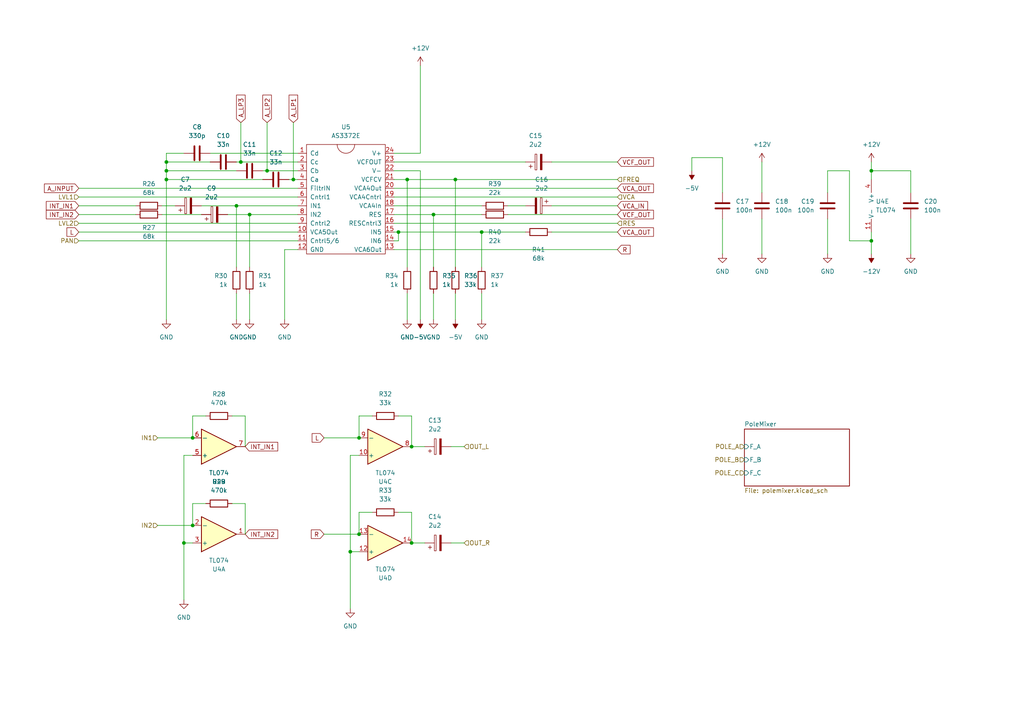
<source format=kicad_sch>
(kicad_sch (version 20211123) (generator eeschema)
  (paper "A4")
  (title_block (title "Polykit-X Voice Card") (date "2023-01-26") (rev "v1.0.0") (company "Jan Knipper") (comment 1 "github.com/polykit"))
  (lib_symbols
    (symbol "Amplifier_Operational:TL074" (pin_names (offset 0.127))
      (property "Reference" "U" (at 0 5.08 0))
      (property "Value" "TL074" (at 0 -5.08 0))
      (symbol "TL074_1_1"
        (polyline (pts (xy -5.08 5.08) (xy 5.08 0) (xy -5.08 -5.08) (xy -5.08 5.08)) (stroke (width 0.254)) (fill (type background)))
        (pin output line (at 7.62 0 180) (length 2.54) (name "~") (number "1"))
        (pin input line (at -7.62 -2.54 0) (length 2.54) (name "-") (number "2"))
        (pin input line (at -7.62 2.54 0) (length 2.54) (name "+") (number "3"))
      )
      (symbol "TL074_2_1"
        (polyline (pts (xy -5.08 5.08) (xy 5.08 0) (xy -5.08 -5.08) (xy -5.08 5.08)) (stroke (width 0.254)) (fill (type background)))
        (pin input line (at -7.62 2.54 0) (length 2.54) (name "+") (number "5"))
        (pin input line (at -7.62 -2.54 0) (length 2.54) (name "-") (number "6"))
        (pin output line (at 7.62 0 180) (length 2.54) (name "~") (number "7"))
      )
      (symbol "TL074_3_1"
        (polyline (pts (xy -5.08 5.08) (xy 5.08 0) (xy -5.08 -5.08) (xy -5.08 5.08)) (stroke (width 0.254)) (fill (type background)))
        (pin input line (at -7.62 2.54 0) (length 2.54) (name "+") (number "10"))
        (pin output line (at 7.62 0 180) (length 2.54) (name "~") (number "8"))
        (pin input line (at -7.62 -2.54 0) (length 2.54) (name "-") (number "9"))
      )
      (symbol "TL074_4_1"
        (polyline (pts (xy -5.08 5.08) (xy 5.08 0) (xy -5.08 -5.08) (xy -5.08 5.08)) (stroke (width 0.254)) (fill (type background)))
        (pin input line (at -7.62 2.54 0) (length 2.54) (name "+") (number "12"))
        (pin input line (at -7.62 -2.54 0) (length 2.54) (name "-") (number "13"))
        (pin output line (at 7.62 0 180) (length 2.54) (name "~") (number "14"))
      )
      (symbol "TL074_5_1"
        (pin power_in line (at -2.54 -7.62 90) (length 3.81) (name "V-") (number "11"))
        (pin power_in line (at -2.54 7.62 270) (length 3.81) (name "V+") (number "4"))
      )
    )
    (symbol "Device:C" (pin_numbers hide) (pin_names (offset 0.254))
      (property "Reference" "C" (at 0.635 2.54 0))
      (property "Value" "C" (at 0.635 -2.54 0))
      (symbol "C_0_1"
        (polyline (pts (xy -2.032 -0.762) (xy 2.032 -0.762)) (stroke (width 0.508)))
        (polyline (pts (xy -2.032 0.762) (xy 2.032 0.762)) (stroke (width 0.508)))
      )
      (symbol "C_1_1"
        (pin passive line (at 0 3.81 270) (length 2.794) (name "~") (number "1"))
        (pin passive line (at 0 -3.81 90) (length 2.794) (name "~") (number "2"))
      )
    )
    (symbol "Device:C_Polarized" (pin_numbers hide) (pin_names (offset 0.254))
      (property "Reference" "C" (at 0.635 2.54 0))
      (property "Value" "C_Polarized" (at 0.635 -2.54 0))
      (symbol "C_Polarized_0_1"
        (rectangle (start -2.286 0.508) (end 2.286 1.016))
        (polyline (pts (xy -1.778 2.286) (xy -0.762 2.286)))
        (polyline (pts (xy -1.27 2.794) (xy -1.27 1.778)))
        (rectangle (start 2.286 -0.508) (end -2.286 -1.016) (fill (type outline)))
      )
      (symbol "C_Polarized_1_1"
        (pin passive line (at 0 3.81 270) (length 2.794) (name "~") (number "1"))
        (pin passive line (at 0 -3.81 90) (length 2.794) (name "~") (number "2"))
      )
    )
    (symbol "Device:R" (pin_numbers hide) (pin_names (offset 0))
      (property "Reference" "R" (at 2.032 0 90))
      (property "Value" "R" (at 0 0 90))
      (symbol "R_0_1"
        (rectangle (start -1.016 -2.54) (end 1.016 2.54) (stroke (width 0.254)))
      )
      (symbol "R_1_1"
        (pin passive line (at 0 3.81 270) (length 1.27) (name "~") (number "1"))
        (pin passive line (at 0 -3.81 90) (length 1.27) (name "~") (number "2"))
      )
    )
    (symbol "Polykit:AS3372E" (pin_names (offset 1.016))
      (property "Reference" "U" (at -5.08 0 0))
      (property "Value" "AS3372E" (at 2.54 0 0))
      (symbol "AS3372E_0_1"
        (arc (start -16.51 -2.54) (mid -13.97 0) (end -16.51 2.54))
        (rectangle (start 15.24 -11.43) (end -16.51 11.43))
      )
      (symbol "AS3372E_1_1"
        (pin input line (at -13.97 -13.97 90) (length 2.54) (name "Cd") (number "1"))
        (pin output line (at 8.89 -13.97 90) (length 2.54) (name "VCA5Out") (number "10"))
        (pin input line (at 11.43 -13.97 90) (length 2.54) (name "Cntrl5/6") (number "11"))
        (pin input line (at 13.97 -13.97 90) (length 2.54) (name "GND") (number "12"))
        (pin output line (at 13.97 13.97 270) (length 2.54) (name "VCA6Out") (number "13"))
        (pin input line (at 11.43 13.97 270) (length 2.54) (name "IN6") (number "14"))
        (pin input line (at 8.89 13.97 270) (length 2.54) (name "IN5") (number "15"))
        (pin input line (at 6.35 13.97 270) (length 2.54) (name "RESCntrl3") (number "16"))
        (pin input line (at 3.81 13.97 270) (length 2.54) (name "RES") (number "17"))
        (pin input line (at 1.27 13.97 270) (length 2.54) (name "VCA4In") (number "18"))
        (pin input line (at -1.27 13.97 270) (length 2.54) (name "VCA4Cntrl") (number "19"))
        (pin input line (at -11.43 -13.97 90) (length 2.54) (name "Cc") (number "2"))
        (pin output line (at -3.81 13.97 270) (length 2.54) (name "VCA4Out") (number "20"))
        (pin input line (at -6.35 13.97 270) (length 2.54) (name "VCFCV") (number "21"))
        (pin input line (at -8.89 13.97 270) (length 2.54) (name "V-") (number "22"))
        (pin input line (at -11.43 13.97 270) (length 2.54) (name "VCFOUT") (number "23"))
        (pin input line (at -13.97 13.97 270) (length 2.54) (name "V+") (number "24"))
        (pin input line (at -8.89 -13.97 90) (length 2.54) (name "Cb") (number "3"))
        (pin input line (at -6.35 -13.97 90) (length 2.54) (name "Ca") (number "4"))
        (pin input line (at -3.81 -13.97 90) (length 2.54) (name "FiltrIN") (number "5"))
        (pin input line (at -1.27 -13.97 90) (length 2.54) (name "Cntrl1") (number "6"))
        (pin input line (at 1.27 -13.97 90) (length 2.54) (name "IN1") (number "7"))
        (pin input line (at 3.81 -13.97 90) (length 2.54) (name "IN2") (number "8"))
        (pin input line (at 6.35 -13.97 90) (length 2.54) (name "Cntrl2") (number "9"))
      )
    )
    (symbol "power:+12V" (power) (pin_names (offset 0))
      (property "Value" "+12V" (at 0 3.556 0))
      (symbol "+12V_0_1"
        (polyline (pts (xy -0.762 1.27) (xy 0 2.54)))
        (polyline (pts (xy 0 0) (xy 0 2.54)))
        (polyline (pts (xy 0 2.54) (xy 0.762 1.27)))
      )
      (symbol "+12V_1_1"
        (pin power_in line (at 0 0 90) (length 0) hide (name "+12V") (number "1"))
      )
    )
    (symbol "power:-12V" (power) (pin_names (offset 0))
      (property "Value" "-12V" (at 0 3.81 0))
      (symbol "-12V_0_0"
        (pin power_in line (at 0 0 90) (length 0) hide (name "-12V") (number "1"))
      )
      (symbol "-12V_0_1"
        (polyline (pts (xy 0 0) (xy 0 1.27) (xy 0.762 1.27) (xy 0 2.54) (xy -0.762 1.27) (xy 0 1.27)) (fill (type outline)))
      )
    )
    (symbol "power:-5V" (power) (pin_names (offset 0))
      (property "Value" "-5V" (at 0 3.81 0))
      (symbol "-5V_0_0"
        (pin power_in line (at 0 0 90) (length 0) hide (name "-5V") (number "1"))
      )
      (symbol "-5V_0_1"
        (polyline (pts (xy 0 0) (xy 0 1.27) (xy 0.762 1.27) (xy 0 2.54) (xy -0.762 1.27) (xy 0 1.27)) (fill (type outline)))
      )
    )
    (symbol "power:GND" (power) (pin_names (offset 0))
      (property "Value" "GND" (at 0 -3.81 0))
      (symbol "GND_0_1"
        (polyline (pts (xy 0 0) (xy 0 -1.27) (xy 1.27 -1.27) (xy 0 -2.54) (xy -1.27 -1.27) (xy 0 -1.27)))
      )
      (symbol "GND_1_1"
        (pin power_in line (at 0 0 270) (length 0) hide (name "GND") (number "1"))
      )
    )
  )
  (junction (at 104.14 154.94))
  (junction (at 48.26 46.99))
  (junction (at 118.11 52.07))
  (junction (at 72.39 62.23))
  (junction (at 252.73 69.85))
  (junction (at 55.88 127))
  (junction (at 69.85 46.99))
  (junction (at 53.34 157.48))
  (junction (at 139.7 67.31))
  (junction (at 68.58 59.69))
  (junction (at 115.57 67.31))
  (junction (at 48.26 52.07))
  (junction (at 48.26 49.53))
  (junction (at 119.38 157.48))
  (junction (at 104.14 127))
  (junction (at 119.38 129.54))
  (junction (at 101.6 160.02))
  (junction (at 55.88 152.4))
  (junction (at 125.73 62.23))
  (junction (at 252.73 49.53))
  (junction (at 85.09 52.07))
  (junction (at 132.08 52.07))
  (junction (at 77.47 49.53))
  (wire (pts (xy 252.73 49.53) (xy 252.73 52.07)))
  (wire (pts (xy 76.2 49.53) (xy 77.47 49.53)))
  (wire (pts (xy 134.62 157.48) (xy 130.81 157.48)))
  (wire (pts (xy 114.3 59.69) (xy 139.7 59.69)))
  (wire (pts (xy 118.11 85.09) (xy 118.11 92.71)))
  (wire (pts (xy 246.38 69.85) (xy 252.73 69.85)))
  (wire (pts (xy 72.39 62.23) (xy 86.36 62.23)))
  (wire (pts (xy 22.86 62.23) (xy 39.37 62.23)))
  (wire (pts (xy 115.57 148.59) (xy 119.38 148.59)))
  (wire (pts (xy 104.14 148.59) (xy 104.14 154.94)))
  (wire (pts (xy 22.86 54.61) (xy 86.36 54.61)))
  (wire (pts (xy 179.07 57.15) (xy 114.3 57.15)))
  (wire (pts (xy 101.6 160.02) (xy 101.6 176.53)))
  (wire (pts (xy 48.26 46.99) (xy 60.96 46.99)))
  (wire (pts (xy 53.34 132.08) (xy 53.34 157.48)))
  (wire (pts (xy 220.98 63.5) (xy 220.98 73.66)))
  (wire (pts (xy 71.12 120.65) (xy 71.12 129.54)))
  (wire (pts (xy 22.86 57.15) (xy 86.36 57.15)))
  (wire (pts (xy 68.58 85.09) (xy 68.58 92.71)))
  (wire (pts (xy 59.69 146.05) (xy 55.88 146.05)))
  (wire (pts (xy 139.7 67.31) (xy 139.7 77.47)))
  (wire (pts (xy 220.98 46.99) (xy 220.98 55.88)))
  (wire (pts (xy 48.26 46.99) (xy 48.26 49.53)))
  (wire (pts (xy 246.38 49.53) (xy 240.03 49.53)))
  (wire (pts (xy 132.08 85.09) (xy 132.08 92.71)))
  (wire (pts (xy 48.26 52.07) (xy 76.2 52.07)))
  (wire (pts (xy 115.57 67.31) (xy 115.57 69.85)))
  (wire (pts (xy 71.12 146.05) (xy 71.12 154.94)))
  (wire (pts (xy 114.3 62.23) (xy 125.73 62.23)))
  (wire (pts (xy 101.6 132.08) (xy 101.6 160.02)))
  (wire (pts (xy 114.3 67.31) (xy 115.57 67.31)))
  (wire (pts (xy 240.03 49.53) (xy 240.03 55.88)))
  (wire (pts (xy 114.3 49.53) (xy 121.92 49.53)))
  (wire (pts (xy 114.3 72.39) (xy 179.07 72.39)))
  (wire (pts (xy 134.62 129.54) (xy 130.81 129.54)))
  (wire (pts (xy 85.09 35.56) (xy 85.09 52.07)))
  (wire (pts (xy 53.34 157.48) (xy 53.34 173.99)))
  (wire (pts (xy 132.08 52.07) (xy 179.07 52.07)))
  (wire (pts (xy 264.16 63.5) (xy 264.16 73.66)))
  (wire (pts (xy 67.31 146.05) (xy 71.12 146.05)))
  (wire (pts (xy 209.55 45.72) (xy 200.66 45.72)))
  (wire (pts (xy 46.99 62.23) (xy 58.42 62.23)))
  (wire (pts (xy 55.88 120.65) (xy 55.88 127)))
  (wire (pts (xy 66.04 62.23) (xy 72.39 62.23)))
  (wire (pts (xy 147.32 62.23) (xy 179.07 62.23)))
  (wire (pts (xy 147.32 59.69) (xy 152.4 59.69)))
  (wire (pts (xy 209.55 63.5) (xy 209.55 73.66)))
  (wire (pts (xy 22.86 59.69) (xy 39.37 59.69)))
  (wire (pts (xy 264.16 49.53) (xy 264.16 55.88)))
  (wire (pts (xy 115.57 120.65) (xy 119.38 120.65)))
  (wire (pts (xy 72.39 85.09) (xy 72.39 92.71)))
  (wire (pts (xy 85.09 52.07) (xy 86.36 52.07)))
  (wire (pts (xy 139.7 67.31) (xy 152.4 67.31)))
  (wire (pts (xy 60.96 44.45) (xy 86.36 44.45)))
  (wire (pts (xy 160.02 46.99) (xy 179.07 46.99)))
  (wire (pts (xy 240.03 63.5) (xy 240.03 73.66)))
  (wire (pts (xy 121.92 19.05) (xy 121.92 44.45)))
  (wire (pts (xy 115.57 67.31) (xy 139.7 67.31)))
  (wire (pts (xy 132.08 52.07) (xy 132.08 77.47)))
  (wire (pts (xy 22.86 67.31) (xy 86.36 67.31)))
  (wire (pts (xy 101.6 132.08) (xy 104.14 132.08)))
  (wire (pts (xy 69.85 35.56) (xy 69.85 46.99)))
  (wire (pts (xy 179.07 64.77) (xy 114.3 64.77)))
  (wire (pts (xy 68.58 46.99) (xy 69.85 46.99)))
  (wire (pts (xy 72.39 62.23) (xy 72.39 77.47)))
  (wire (pts (xy 125.73 62.23) (xy 139.7 62.23)))
  (wire (pts (xy 58.42 59.69) (xy 68.58 59.69)))
  (wire (pts (xy 119.38 120.65) (xy 119.38 129.54)))
  (wire (pts (xy 252.73 69.85) (xy 252.73 73.66)))
  (wire (pts (xy 86.36 59.69) (xy 68.58 59.69)))
  (wire (pts (xy 45.72 127) (xy 55.88 127)))
  (wire (pts (xy 123.19 129.54) (xy 119.38 129.54)))
  (wire (pts (xy 107.95 148.59) (xy 104.14 148.59)))
  (wire (pts (xy 67.31 120.65) (xy 71.12 120.65)))
  (wire (pts (xy 123.19 157.48) (xy 119.38 157.48)))
  (wire (pts (xy 86.36 72.39) (xy 82.55 72.39)))
  (wire (pts (xy 118.11 52.07) (xy 132.08 52.07)))
  (wire (pts (xy 252.73 46.99) (xy 252.73 49.53)))
  (wire (pts (xy 139.7 85.09) (xy 139.7 92.71)))
  (wire (pts (xy 252.73 67.31) (xy 252.73 69.85)))
  (wire (pts (xy 22.86 64.77) (xy 86.36 64.77)))
  (wire (pts (xy 246.38 49.53) (xy 246.38 69.85)))
  (wire (pts (xy 125.73 85.09) (xy 125.73 92.71)))
  (wire (pts (xy 53.34 44.45) (xy 48.26 44.45)))
  (wire (pts (xy 22.86 69.85) (xy 86.36 69.85)))
  (wire (pts (xy 115.57 69.85) (xy 114.3 69.85)))
  (wire (pts (xy 55.88 132.08) (xy 53.34 132.08)))
  (wire (pts (xy 121.92 49.53) (xy 121.92 92.71)))
  (wire (pts (xy 48.26 52.07) (xy 48.26 92.71)))
  (wire (pts (xy 107.95 120.65) (xy 104.14 120.65)))
  (wire (pts (xy 114.3 44.45) (xy 121.92 44.45)))
  (wire (pts (xy 46.99 59.69) (xy 50.8 59.69)))
  (wire (pts (xy 114.3 46.99) (xy 152.4 46.99)))
  (wire (pts (xy 93.98 127) (xy 104.14 127)))
  (wire (pts (xy 83.82 52.07) (xy 85.09 52.07)))
  (wire (pts (xy 160.02 59.69) (xy 179.07 59.69)))
  (wire (pts (xy 82.55 72.39) (xy 82.55 92.71)))
  (wire (pts (xy 160.02 67.31) (xy 179.07 67.31)))
  (wire (pts (xy 59.69 120.65) (xy 55.88 120.65)))
  (wire (pts (xy 101.6 160.02) (xy 104.14 160.02)))
  (wire (pts (xy 118.11 52.07) (xy 118.11 77.47)))
  (wire (pts (xy 93.98 154.94) (xy 104.14 154.94)))
  (wire (pts (xy 104.14 120.65) (xy 104.14 127)))
  (wire (pts (xy 68.58 59.69) (xy 68.58 77.47)))
  (wire (pts (xy 48.26 49.53) (xy 48.26 52.07)))
  (wire (pts (xy 45.72 152.4) (xy 55.88 152.4)))
  (wire (pts (xy 114.3 52.07) (xy 118.11 52.07)))
  (wire (pts (xy 209.55 55.88) (xy 209.55 45.72)))
  (wire (pts (xy 77.47 49.53) (xy 86.36 49.53)))
  (wire (pts (xy 53.34 157.48) (xy 55.88 157.48)))
  (wire (pts (xy 48.26 44.45) (xy 48.26 46.99)))
  (wire (pts (xy 48.26 49.53) (xy 68.58 49.53)))
  (wire (pts (xy 119.38 148.59) (xy 119.38 157.48)))
  (wire (pts (xy 252.73 49.53) (xy 264.16 49.53)))
  (wire (pts (xy 179.07 54.61) (xy 114.3 54.61)))
  (wire (pts (xy 77.47 35.56) (xy 77.47 49.53)))
  (wire (pts (xy 69.85 46.99) (xy 86.36 46.99)))
  (wire (pts (xy 55.88 146.05) (xy 55.88 152.4)))
  (wire (pts (xy 200.66 45.72) (xy 200.66 49.53)))
  (wire (pts (xy 125.73 62.23) (xy 125.73 77.47)))
  (global_label "INT_IN2" (shape input) (at 71.12 154.94 0) (property "Intersheet References" "${INTERSHEET_REFS}" (effects hide)))
  (global_label "L" (shape input) (at 22.86 67.31 180) (property "Intersheet References" "${INTERSHEET_REFS}" (effects hide)))
  (global_label "VCA_OUT" (shape input) (at 179.07 67.31 0) (property "Intersheet References" "${INTERSHEET_REFS}" (effects hide)))
  (global_label "A_LP1" (shape input) (at 85.09 35.56 90) (property "Intersheet References" "${INTERSHEET_REFS}" (effects hide)))
  (global_label "R" (shape input) (at 179.07 72.39 0) (property "Intersheet References" "${INTERSHEET_REFS}" (effects hide)))
  (global_label "INT_IN1" (shape input) (at 71.12 129.54 0) (property "Intersheet References" "${INTERSHEET_REFS}" (effects hide)))
  (global_label "A_LP3" (shape input) (at 69.85 35.56 90) (property "Intersheet References" "${INTERSHEET_REFS}" (effects hide)))
  (global_label "INT_IN1" (shape input) (at 22.86 59.69 180) (property "Intersheet References" "${INTERSHEET_REFS}" (effects hide)))
  (global_label "A_INPUT" (shape input) (at 22.86 54.61 180) (property "Intersheet References" "${INTERSHEET_REFS}" (effects hide)))
  (global_label "VCF_OUT" (shape input) (at 179.07 62.23 0) (property "Intersheet References" "${INTERSHEET_REFS}" (effects hide)))
  (global_label "A_LP2" (shape input) (at 77.47 35.56 90) (property "Intersheet References" "${INTERSHEET_REFS}" (effects hide)))
  (global_label "L" (shape input) (at 93.98 127 180) (property "Intersheet References" "${INTERSHEET_REFS}" (effects hide)))
  (global_label "INT_IN2" (shape input) (at 22.86 62.23 180) (property "Intersheet References" "${INTERSHEET_REFS}" (effects hide)))
  (global_label "R" (shape input) (at 93.98 154.94 180) (property "Intersheet References" "${INTERSHEET_REFS}" (effects hide)))
  (global_label "VCF_OUT" (shape input) (at 179.07 46.99 0) (property "Intersheet References" "${INTERSHEET_REFS}" (effects hide)))
  (global_label "VCA_IN" (shape input) (at 179.07 59.69 0) (property "Intersheet References" "${INTERSHEET_REFS}" (effects hide)))
  (global_label "VCA_OUT" (shape input) (at 179.07 54.61 0) (property "Intersheet References" "${INTERSHEET_REFS}" (effects hide)))
  (hierarchical_label "IN2" (shape input) (at 45.72 152.4 180))
  (hierarchical_label "POLE_B" (shape input) (at 215.9 133.35 180))
  (hierarchical_label "POLE_C" (shape input) (at 215.9 137.16 180))
  (hierarchical_label "OUT_R" (shape input) (at 134.62 157.48 0))
  (hierarchical_label "POLE_A" (shape input) (at 215.9 129.54 180))
  (hierarchical_label "IN1" (shape input) (at 45.72 127 180))
  (hierarchical_label "VCA" (shape input) (at 179.07 57.15 0))
  (hierarchical_label "LVL1" (shape input) (at 22.86 57.15 180))
  (hierarchical_label "PAN" (shape input) (at 22.86 69.85 180))
  (hierarchical_label "OUT_L" (shape input) (at 134.62 129.54 0))
  (hierarchical_label "RES" (shape input) (at 179.07 64.77 0))
  (hierarchical_label "FREQ" (shape input) (at 179.07 52.07 0))
  (hierarchical_label "LVL2" (shape input) (at 22.86 64.77 180))
  (symbol (lib_id "power:GND") (at 101.6 176.53 0) (unit 1)
    (property "Reference" "#PWR038" (effects hide))
    (property "Value" "GND" (at 101.6 181.61 0))
  )
  (symbol (lib_id "Device:C_Polarized") (at 156.21 59.69 270) (unit 1)
    (property "Reference" "C16" (at 157.099 52.07 90))
    (property "Value" "2u2" (at 157.099 54.61 90))
    (property "Footprint" "Capacitor_THT:CP_Radial_D5.0mm_P2.00mm" (effects hide))
  )
  (symbol (lib_id "power:-5V") (at 200.66 49.53 180) (unit 1)
    (property "Reference" "#PWR045" (effects hide))
    (property "Value" "-5V" (at 200.66 54.61 0))
  )
  (symbol (lib_id "power:GND") (at 125.73 92.71 0) (unit 1)
    (property "Reference" "#PWR042" (effects hide))
    (property "Value" "GND" (at 125.73 97.79 0))
  )
  (symbol (lib_id "Device:R") (at 68.58 81.28 180) (unit 1)
    (property "Reference" "R30" (at 66.04 80.0099 0) (effects (justify left)))
    (property "Value" "1k" (at 66.04 82.5499 0) (effects (justify left)))
    (property "Footprint" "Resistor_THT:R_Axial_DIN0207_L6.3mm_D2.5mm_P10.16mm_Horizontal" (effects hide))
  )
  (symbol (lib_id "Device:R") (at 156.21 67.31 270) (unit 1)
    (property "Reference" "R41" (at 156.21 72.39 90))
    (property "Value" "68k" (at 156.21 74.93 90))
    (property "Footprint" "Resistor_THT:R_Axial_DIN0207_L6.3mm_D2.5mm_P10.16mm_Horizontal" (effects hide))
  )
  (symbol (lib_id "Device:C") (at 264.16 59.69 180) (unit 1)
    (property "Reference" "C20" (at 267.97 58.4199 0) (effects (justify right)))
    (property "Value" "100n" (at 267.97 60.9599 0) (effects (justify right)))
    (property "Footprint" "Capacitor_THT:C_Disc_D5.0mm_W2.5mm_P2.50mm" (effects hide))
  )
  (symbol (lib_id "Device:R") (at 111.76 148.59 270) (unit 1)
    (property "Reference" "R33" (at 111.76 142.24 90))
    (property "Value" "33k" (at 111.76 144.78 90))
    (property "Footprint" "Resistor_THT:R_Axial_DIN0207_L6.3mm_D2.5mm_P10.16mm_Horizontal" (effects hide))
  )
  (symbol (lib_id "Device:C") (at 72.39 49.53 90) (unit 1)
    (property "Reference" "C11" (at 72.39 41.91 90))
    (property "Value" "33n" (at 72.39 44.45 90))
    (property "Footprint" "Capacitor_THT:C_Rect_L7.2mm_W3.0mm_P5.00mm_FKS2_FKP2_MKS2_MKP2" (effects hide))
  )
  (symbol (lib_id "Amplifier_Operational:TL074") (at 255.27 59.69 0) (unit 5)
    (property "Reference" "U4" (at 254 58.4199 0) (effects (justify left)))
    (property "Value" "TL074" (at 254 60.9599 0) (effects (justify left)))
    (property "Footprint" "Package_DIP:DIP-14_W7.62mm_Socket_LongPads" (effects hide))
    (property "Datasheet" "http://www.ti.com/lit/ds/symlink/tl071.pdf" (effects hide))
  )
  (symbol (lib_id "power:-5V") (at 121.92 92.71 180) (unit 1)
    (property "Reference" "#PWR041" (effects hide))
    (property "Value" "-5V" (at 121.92 97.79 0))
  )
  (symbol (lib_id "Device:R") (at 63.5 120.65 270) (unit 1)
    (property "Reference" "R28" (at 63.5 114.3 90))
    (property "Value" "470k" (at 63.5 116.84 90))
    (property "Footprint" "Resistor_THT:R_Axial_DIN0207_L6.3mm_D2.5mm_P10.16mm_Horizontal" (effects hide))
  )
  (symbol (lib_id "Amplifier_Operational:TL074") (at 63.5 154.94 0) (mirror x) (unit 1)
    (property "Reference" "U4" (at 63.5 165.1 0))
    (property "Value" "TL074" (at 63.5 162.56 0))
    (property "Footprint" "Package_DIP:DIP-14_W7.62mm_Socket_LongPads" (effects hide))
    (property "Datasheet" "http://www.ti.com/lit/ds/symlink/tl071.pdf" (effects hide))
  )
  (symbol (lib_id "Amplifier_Operational:TL074") (at 63.5 129.54 0) (mirror x) (unit 2)
    (property "Reference" "U4" (at 63.5 139.7 0))
    (property "Value" "TL074" (at 63.5 137.16 0))
    (property "Footprint" "Package_DIP:DIP-14_W7.62mm_Socket_LongPads" (effects hide))
    (property "Datasheet" "http://www.ti.com/lit/ds/symlink/tl071.pdf" (effects hide))
  )
  (symbol (lib_id "Device:R") (at 111.76 120.65 270) (unit 1)
    (property "Reference" "R32" (at 111.76 114.3 90))
    (property "Value" "33k" (at 111.76 116.84 90))
    (property "Footprint" "Resistor_THT:R_Axial_DIN0207_L6.3mm_D2.5mm_P10.16mm_Horizontal" (effects hide))
  )
  (symbol (lib_id "power:GND") (at 53.34 173.99 0) (unit 1)
    (property "Reference" "#PWR034" (effects hide))
    (property "Value" "GND" (at 53.34 179.07 0))
  )
  (symbol (lib_id "Device:R") (at 143.51 62.23 270) (unit 1)
    (property "Reference" "R40" (at 143.51 67.31 90))
    (property "Value" "22k" (at 143.51 69.85 90))
    (property "Footprint" "Resistor_THT:R_Axial_DIN0207_L6.3mm_D2.5mm_P10.16mm_Horizontal" (effects hide))
  )
  (symbol (lib_id "Device:C") (at 80.01 52.07 90) (unit 1)
    (property "Reference" "C12" (at 80.01 44.45 90))
    (property "Value" "33n" (at 80.01 46.99 90))
    (property "Footprint" "Capacitor_THT:C_Rect_L7.2mm_W3.0mm_P5.00mm_FKS2_FKP2_MKS2_MKP2" (effects hide))
  )
  (symbol (lib_id "power:GND") (at 118.11 92.71 0) (unit 1)
    (property "Reference" "#PWR039" (effects hide))
    (property "Value" "GND" (at 118.11 97.79 0))
  )
  (symbol (lib_id "Device:R") (at 72.39 81.28 180) (unit 1)
    (property "Reference" "R31" (at 74.93 80.0099 0) (effects (justify right)))
    (property "Value" "1k" (at 74.93 82.5499 0) (effects (justify right)))
    (property "Footprint" "Resistor_THT:R_Axial_DIN0207_L6.3mm_D2.5mm_P10.16mm_Horizontal" (effects hide))
  )
  (symbol (lib_id "Device:C_Polarized") (at 127 129.54 90) (unit 1)
    (property "Reference" "C13" (at 126.111 121.92 90))
    (property "Value" "2u2" (at 126.111 124.46 90))
    (property "Footprint" "Capacitor_THT:CP_Radial_D5.0mm_P2.00mm" (effects hide))
  )
  (symbol (lib_id "Device:C_Polarized") (at 54.61 59.69 90) (unit 1)
    (property "Reference" "C7" (at 53.721 52.07 90))
    (property "Value" "2u2" (at 53.721 54.61 90))
    (property "Footprint" "Capacitor_THT:CP_Radial_D5.0mm_P2.00mm" (effects hide))
  )
  (symbol (lib_id "Device:R") (at 143.51 59.69 270) (unit 1)
    (property "Reference" "R39" (at 143.51 53.34 90))
    (property "Value" "22k" (at 143.51 55.88 90))
    (property "Footprint" "Resistor_THT:R_Axial_DIN0207_L6.3mm_D2.5mm_P10.16mm_Horizontal" (effects hide))
  )
  (symbol (lib_id "power:GND") (at 209.55 73.66 0) (unit 1)
    (property "Reference" "#PWR046" (effects hide))
    (property "Value" "GND" (at 209.55 78.74 0))
  )
  (symbol (lib_id "power:+12V") (at 121.92 19.05 0) (unit 1)
    (property "Reference" "#PWR040" (effects hide))
    (property "Value" "+12V" (at 121.92 13.97 0))
  )
  (symbol (lib_id "Device:R") (at 132.08 81.28 180) (unit 1)
    (property "Reference" "R36" (at 134.62 80.0099 0) (effects (justify right)))
    (property "Value" "33k" (at 134.62 82.5499 0) (effects (justify right)))
    (property "Footprint" "Resistor_THT:R_Axial_DIN0207_L6.3mm_D2.5mm_P10.16mm_Horizontal" (effects hide))
  )
  (symbol (lib_id "power:GND") (at 139.7 92.71 0) (unit 1)
    (property "Reference" "#PWR044" (effects hide))
    (property "Value" "GND" (at 139.7 97.79 0))
  )
  (symbol (lib_id "power:GND") (at 264.16 73.66 0) (unit 1)
    (property "Reference" "#PWR052" (effects hide))
    (property "Value" "GND" (at 264.16 78.74 0))
  )
  (symbol (lib_id "power:GND") (at 48.26 92.71 0) (unit 1)
    (property "Reference" "#PWR033" (effects hide))
    (property "Value" "GND" (at 48.26 97.79 0))
  )
  (symbol (lib_id "Device:R") (at 43.18 62.23 270) (unit 1)
    (property "Reference" "R27" (at 43.18 66.04 90))
    (property "Value" "68k" (at 43.18 68.58 90))
    (property "Footprint" "Resistor_THT:R_Axial_DIN0207_L6.3mm_D2.5mm_P10.16mm_Horizontal" (effects hide))
  )
  (symbol (lib_id "Device:R") (at 118.11 81.28 180) (unit 1)
    (property "Reference" "R34" (at 115.57 80.0099 0) (effects (justify left)))
    (property "Value" "1k" (at 115.57 82.5499 0) (effects (justify left)))
    (property "Footprint" "Resistor_THT:R_Axial_DIN0207_L6.3mm_D2.5mm_P10.16mm_Horizontal" (effects hide))
  )
  (symbol (lib_id "power:+12V") (at 220.98 46.99 0) (unit 1)
    (property "Reference" "#PWR047" (effects hide))
    (property "Value" "+12V" (at 220.98 41.91 0))
  )
  (symbol (lib_id "Device:C") (at 64.77 46.99 90) (unit 1)
    (property "Reference" "C10" (at 64.77 39.37 90))
    (property "Value" "33n" (at 64.77 41.91 90))
    (property "Footprint" "Capacitor_THT:C_Rect_L7.2mm_W3.0mm_P5.00mm_FKS2_FKP2_MKS2_MKP2" (effects hide))
  )
  (symbol (lib_id "power:GND") (at 220.98 73.66 0) (unit 1)
    (property "Reference" "#PWR048" (effects hide))
    (property "Value" "GND" (at 220.98 78.74 0))
  )
  (symbol (lib_id "Device:R") (at 63.5 146.05 270) (unit 1)
    (property "Reference" "R29" (at 63.5 139.7 90))
    (property "Value" "470k" (at 63.5 142.24 90))
    (property "Footprint" "Resistor_THT:R_Axial_DIN0207_L6.3mm_D2.5mm_P10.16mm_Horizontal" (effects hide))
  )
  (symbol (lib_id "power:GND") (at 82.55 92.71 0) (unit 1)
    (property "Reference" "#PWR037" (effects hide))
    (property "Value" "GND" (at 82.55 97.79 0))
  )
  (symbol (lib_id "Device:C") (at 57.15 44.45 90) (unit 1)
    (property "Reference" "C8" (at 57.15 36.83 90))
    (property "Value" "330p" (at 57.15 39.37 90))
    (property "Footprint" "Capacitor_THT:C_Rect_L7.2mm_W3.0mm_P5.00mm_FKS2_FKP2_MKS2_MKP2" (effects hide))
  )
  (symbol (lib_id "Device:C_Polarized") (at 127 157.48 90) (unit 1)
    (property "Reference" "C14" (at 126.111 149.86 90))
    (property "Value" "2u2" (at 126.111 152.4 90))
    (property "Footprint" "Capacitor_THT:CP_Radial_D5.0mm_P2.00mm" (effects hide))
  )
  (symbol (lib_id "power:+12V") (at 252.73 46.99 0) (unit 1)
    (property "Reference" "#PWR050" (effects hide))
    (property "Value" "+12V" (at 252.73 41.91 0))
  )
  (symbol (lib_id "power:GND") (at 68.58 92.71 0) (unit 1)
    (property "Reference" "#PWR035" (effects hide))
    (property "Value" "GND" (at 68.58 97.79 0))
  )
  (symbol (lib_id "Amplifier_Operational:TL074") (at 111.76 157.48 0) (mirror x) (unit 4)
    (property "Reference" "U4" (at 111.76 167.64 0))
    (property "Value" "TL074" (at 111.76 165.1 0))
    (property "Footprint" "Package_DIP:DIP-14_W7.62mm_Socket_LongPads" (effects hide))
    (property "Datasheet" "http://www.ti.com/lit/ds/symlink/tl071.pdf" (effects hide))
  )
  (symbol (lib_id "Device:C_Polarized") (at 62.23 62.23 90) (unit 1)
    (property "Reference" "C9" (at 61.341 54.61 90))
    (property "Value" "2u2" (at 61.341 57.15 90))
    (property "Footprint" "Capacitor_THT:CP_Radial_D5.0mm_P2.00mm" (effects hide))
  )
  (symbol (lib_id "power:-5V") (at 132.08 92.71 180) (unit 1)
    (property "Reference" "#PWR043" (effects hide))
    (property "Value" "-5V" (at 132.08 97.79 0))
  )
  (symbol (lib_id "Device:C") (at 209.55 59.69 0) (unit 1)
    (property "Reference" "C17" (at 213.36 58.4199 0) (effects (justify left)))
    (property "Value" "100n" (at 213.36 60.9599 0) (effects (justify left)))
    (property "Footprint" "Capacitor_THT:C_Disc_D5.0mm_W2.5mm_P2.50mm" (effects hide))
  )
  (symbol (lib_id "Device:R") (at 125.73 81.28 180) (unit 1)
    (property "Reference" "R35" (at 128.27 80.0099 0) (effects (justify right)))
    (property "Value" "1k" (at 128.27 82.5499 0) (effects (justify right)))
    (property "Footprint" "Resistor_THT:R_Axial_DIN0207_L6.3mm_D2.5mm_P10.16mm_Horizontal" (effects hide))
  )
  (symbol (lib_id "Device:R") (at 139.7 81.28 180) (unit 1)
    (property "Reference" "R37" (at 142.24 80.0099 0) (effects (justify right)))
    (property "Value" "1k" (at 142.24 82.5499 0) (effects (justify right)))
    (property "Footprint" "Resistor_THT:R_Axial_DIN0207_L6.3mm_D2.5mm_P10.16mm_Horizontal" (effects hide))
  )
  (symbol (lib_id "Device:C") (at 240.03 59.69 180) (unit 1)
    (property "Reference" "C19" (at 236.22 58.4199 0) (effects (justify left)))
    (property "Value" "100n" (at 236.22 60.9599 0) (effects (justify left)))
    (property "Footprint" "Capacitor_THT:C_Disc_D5.0mm_W2.5mm_P2.50mm" (effects hide))
  )
  (symbol (lib_id "Device:C_Polarized") (at 156.21 46.99 90) (unit 1)
    (property "Reference" "C15" (at 155.321 39.37 90))
    (property "Value" "2u2" (at 155.321 41.91 90))
    (property "Footprint" "Capacitor_THT:CP_Radial_D5.0mm_P2.00mm" (effects hide))
  )
  (symbol (lib_id "power:GND") (at 72.39 92.71 0) (unit 1)
    (property "Reference" "#PWR036" (effects hide))
    (property "Value" "GND" (at 72.39 97.79 0))
  )
  (symbol (lib_id "power:-12V") (at 252.73 73.66 180) (unit 1)
    (property "Reference" "#PWR051" (effects hide))
    (property "Value" "-12V" (at 252.73 78.74 0))
  )
  (symbol (lib_id "Device:C") (at 220.98 59.69 0) (unit 1)
    (property "Reference" "C18" (at 224.79 58.4199 0) (effects (justify left)))
    (property "Value" "100n" (at 224.79 60.9599 0) (effects (justify left)))
    (property "Footprint" "Capacitor_THT:C_Disc_D5.0mm_W2.5mm_P2.50mm" (effects hide))
  )
  (symbol (lib_id "Polykit:AS3372E") (at 100.33 58.42 270) (unit 1)
    (property "Reference" "U5" (at 100.33 36.83 90))
    (property "Value" "AS3372E" (at 100.33 39.37 90))
    (property "Footprint" "Package_DIP:DIP-24_W7.62mm_Socket_LongPads" (effects hide))
  )
  (symbol (lib_id "Device:R") (at 43.18 59.69 270) (unit 1)
    (property "Reference" "R26" (at 43.18 53.34 90))
    (property "Value" "68k" (at 43.18 55.88 90))
    (property "Footprint" "Resistor_THT:R_Axial_DIN0207_L6.3mm_D2.5mm_P10.16mm_Horizontal" (effects hide))
  )
  (symbol (lib_id "Amplifier_Operational:TL074") (at 111.76 129.54 0) (mirror x) (unit 3)
    (property "Reference" "U4" (at 111.76 139.7 0))
    (property "Value" "TL074" (at 111.76 137.16 0))
    (property "Footprint" "Package_DIP:DIP-14_W7.62mm_Socket_LongPads" (effects hide))
    (property "Datasheet" "http://www.ti.com/lit/ds/symlink/tl071.pdf" (effects hide))
  )
  (symbol (lib_id "power:GND") (at 240.03 73.66 0) (unit 1)
    (property "Reference" "#PWR049" (effects hide))
    (property "Value" "GND" (at 240.03 78.74 0))
  )
  (sheet (at 215.9 124.46) (size 30.48 16.51) (stroke (width 0.1524))
    (property "Sheet name" "PoleMixer" (at 215.9 123.7484 0) (effects (justify left bottom)))
    (property "Sheet file" "polemixer.kicad_sch" (at 215.9 141.5546 0) (effects (justify left top)))
    (pin "F_A" input (at 215.9 129.54 180))
    (pin "F_C" input (at 215.9 137.16 180))
    (pin "F_B" input (at 215.9 133.35 180))
  )
)
</source>
